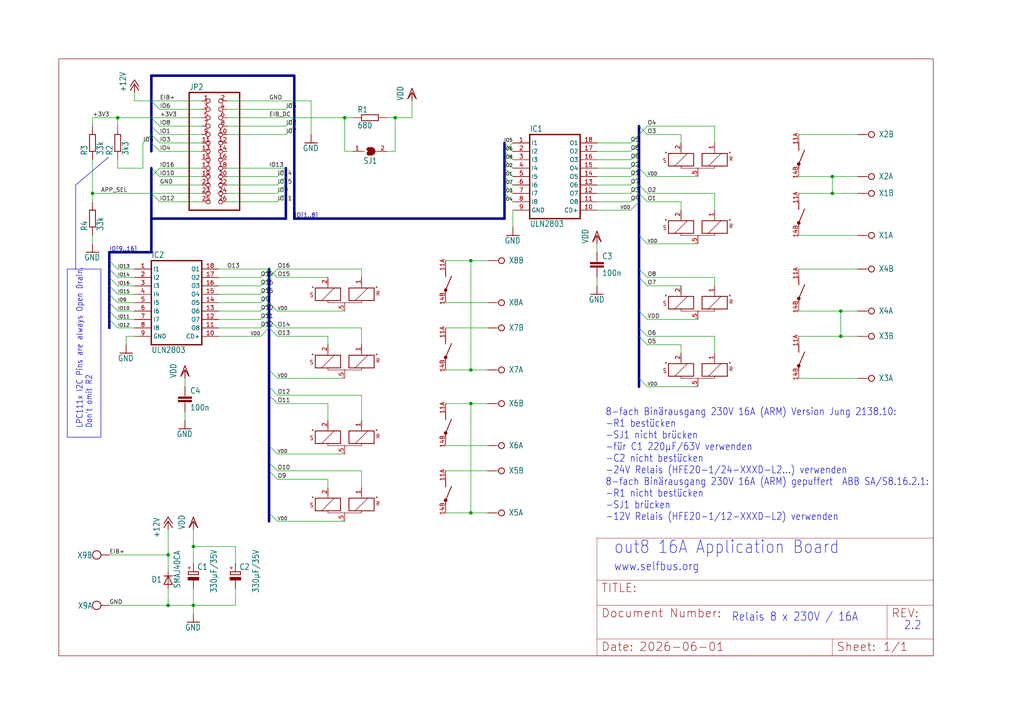
<source format=kicad_sch>
(kicad_sch (version 20230121) (generator eeschema)
  (paper "User" 309.347 218.491)
  (junction (at 142.24 154.94))
  (junction (at 254 101.6))
  (junction (at 27.94 58.42))
  (junction (at 58.42 165.1))
  (junction (at 251.46 58.42))
  (junction (at 50.8 167.64))
  (junction (at 142.24 121.92))
  (junction (at 35.56 35.56))
  (junction (at 119.38 35.56))
  (junction (at 142.24 78.74))
  (junction (at 104.14 35.56))
  (junction (at 254 93.98))
  (junction (at 50.8 182.88))
  (junction (at 142.24 111.76))
  (junction (at 58.42 182.88))
  (junction (at 251.46 53.34))
  (bus_entry (at 35.56 99.06) (size -2.54 -2.54))
  (bus_entry (at 83.82 99.06) (size -2.54 -2.54))
  (bus_entry (at 190.5 63.5) (size 2.54 -2.54))
  (bus_entry (at 190.5 50.8) (size 2.54 -2.54))
  (bus_entry (at 195.58 116.84) (size -2.54 -2.54))
  (bus_entry (at 48.26 43.18) (size -2.54 -2.54))
  (bus_entry (at 83.82 53.34) (size 2.54 -2.54))
  (bus_entry (at 190.5 58.42) (size 2.54 -2.54))
  (bus_entry (at 35.56 88.9) (size -2.54 -2.54))
  (bus_entry (at 154.94 55.88) (size -2.54 -2.54))
  (bus_entry (at 154.94 58.42) (size -2.54 -2.54))
  (bus_entry (at 86.36 38.1) (size 2.54 -2.54))
  (bus_entry (at 35.56 96.52) (size -2.54 -2.54))
  (bus_entry (at 195.58 58.42) (size -2.54 -2.54))
  (bus_entry (at 154.94 48.26) (size -2.54 -2.54))
  (bus_entry (at 86.36 40.64) (size 2.54 -2.54))
  (bus_entry (at 190.5 60.96) (size 2.54 -2.54))
  (bus_entry (at 78.74 83.82) (size 2.54 -2.54))
  (bus_entry (at 48.26 40.64) (size -2.54 -2.54))
  (bus_entry (at 48.26 53.34) (size -2.54 -2.54))
  (bus_entry (at 83.82 137.16) (size -2.54 -2.54))
  (bus_entry (at 154.94 45.72) (size -2.54 -2.54))
  (bus_entry (at 190.5 53.34) (size 2.54 -2.54))
  (bus_entry (at 83.82 114.3) (size -2.54 -2.54))
  (bus_entry (at 35.56 93.98) (size -2.54 -2.54))
  (bus_entry (at 195.58 101.6) (size -2.54 -2.54))
  (bus_entry (at 83.82 55.88) (size 2.54 -2.54))
  (bus_entry (at 195.58 40.64) (size -2.54 -2.54))
  (bus_entry (at 154.94 43.18) (size -2.54 2.54))
  (bus_entry (at 83.82 60.96) (size 2.54 -2.54))
  (bus_entry (at 78.74 99.06) (size 2.54 -2.54))
  (bus_entry (at 195.58 38.1) (size -2.54 2.54))
  (bus_entry (at 35.56 91.44) (size -2.54 -2.54))
  (bus_entry (at 83.82 119.38) (size -2.54 -2.54))
  (bus_entry (at 35.56 83.82) (size -2.54 -2.54))
  (bus_entry (at 83.82 58.42) (size 2.54 -2.54))
  (bus_entry (at 35.56 81.28) (size -2.54 -2.54))
  (bus_entry (at 83.82 142.24) (size -2.54 -2.54))
  (bus_entry (at 48.26 45.72) (size -2.54 -2.54))
  (bus_entry (at 48.26 60.96) (size -2.54 -2.54))
  (bus_entry (at 78.74 88.9) (size 2.54 -2.54))
  (bus_entry (at 78.74 91.44) (size 2.54 -2.54))
  (bus_entry (at 190.5 43.18) (size 2.54 -2.54))
  (bus_entry (at 83.82 157.48) (size -2.54 -2.54))
  (bus_entry (at 48.26 38.1) (size -2.54 -2.54))
  (bus_entry (at 43.18 43.18) (size 2.54 -2.54))
  (bus_entry (at 154.94 50.8) (size -2.54 -2.54))
  (bus_entry (at 86.36 33.02) (size 2.54 -2.54))
  (bus_entry (at 78.74 96.52) (size 2.54 -2.54))
  (bus_entry (at 48.26 33.02) (size -2.54 -2.54))
  (bus_entry (at 83.82 121.92) (size -2.54 -2.54))
  (bus_entry (at 78.74 101.6) (size 2.54 -2.54))
  (bus_entry (at 190.5 48.26) (size 2.54 -2.54))
  (bus_entry (at 195.58 83.82) (size -2.54 -2.54))
  (bus_entry (at 83.82 83.82) (size -2.54 -2.54))
  (bus_entry (at 83.82 101.6) (size -2.54 -2.54))
  (bus_entry (at 154.94 53.34) (size -2.54 -2.54))
  (bus_entry (at 83.82 93.98) (size -2.54 -2.54))
  (bus_entry (at 35.56 86.36) (size -2.54 -2.54))
  (bus_entry (at 190.5 55.88) (size 2.54 -2.54))
  (bus_entry (at 195.58 104.14) (size -2.54 -2.54))
  (bus_entry (at 83.82 81.28) (size -2.54 2.54))
  (bus_entry (at 195.58 96.52) (size -2.54 -2.54))
  (bus_entry (at 48.26 50.8) (size -2.54 2.54))
  (bus_entry (at 195.58 60.96) (size -2.54 -2.54))
  (bus_entry (at 83.82 144.78) (size -2.54 -2.54))
  (bus_entry (at 78.74 93.98) (size 2.54 -2.54))
  (bus_entry (at 195.58 53.34) (size -2.54 -2.54))
  (bus_entry (at 154.94 60.96) (size -2.54 -2.54))
  (bus_entry (at 195.58 86.36) (size -2.54 -2.54))
  (bus_entry (at 78.74 86.36) (size 2.54 -2.54))
  (bus_entry (at 195.58 73.66) (size -2.54 -2.54))
  (bus_entry (at 190.5 45.72) (size 2.54 -2.54))
  (bus (pts (xy 45.72 35.56) (xy 45.72 38.1)) (stroke (width 0.762)))
  (bus (pts (xy 193.04 99.06) (xy 193.04 101.6)) (stroke (width 0.762)))
  (wire (pts (xy 93.98 30.48) (xy 93.98 40.64)) (stroke (width 0.1524)))
  (wire (pts (xy 142.24 121.92) (xy 142.24 154.94)) (stroke (width 0.1524)))
  (wire (pts (xy 180.34 43.18) (xy 190.5 43.18)) (stroke (width 0.1524)))
  (wire (pts (xy 241.3 40.64) (xy 259.08 40.64)) (stroke (width 0.1524)))
  (wire (pts (xy 40.64 99.06) (xy 35.56 99.06)) (stroke (width 0.1524)))
  (wire (pts (xy 60.96 35.56) (xy 45.72 35.56)) (stroke (width 0.1524)))
  (wire (pts (xy 195.58 40.64) (xy 205.74 40.64)) (stroke (width 0.1524)))
  (bus (pts (xy 88.9 66.04) (xy 88.9 38.1)) (stroke (width 0.762)))
  (wire (pts (xy 254 93.98) (xy 241.3 93.98)) (stroke (width 0.1524)))
  (wire (pts (xy 66.04 88.9) (xy 78.74 88.9)) (stroke (width 0.1524)))
  (wire (pts (xy 66.04 101.6) (xy 78.74 101.6)) (stroke (width 0.1524)))
  (wire (pts (xy 27.94 73.66) (xy 27.94 71.12)) (stroke (width 0.1524)))
  (wire (pts (xy 66.04 91.44) (xy 78.74 91.44)) (stroke (width 0.1524)))
  (wire (pts (xy 83.82 119.38) (xy 109.22 119.38)) (stroke (width 0.1524)))
  (wire (pts (xy 58.42 165.1) (xy 58.42 170.18)) (stroke (width 0.1524)))
  (wire (pts (xy 66.04 96.52) (xy 78.74 96.52)) (stroke (width 0.1524)))
  (bus (pts (xy 45.72 76.2) (xy 45.72 66.04)) (stroke (width 0.762)))
  (bus (pts (xy 193.04 83.82) (xy 193.04 93.98)) (stroke (width 0.762)))
  (polyline (pts (xy 22.86 55.88) (xy 22.86 81.28)) (stroke (width 0.1524) (type solid)))
  (wire (pts (xy 71.12 165.1) (xy 58.42 165.1)) (stroke (width 0.1524)))
  (wire (pts (xy 83.82 83.82) (xy 99.06 83.82)) (stroke (width 0.1524)))
  (bus (pts (xy 45.72 38.1) (xy 45.72 40.64)) (stroke (width 0.762)))
  (bus (pts (xy 81.28 154.94) (xy 81.28 157.48)) (stroke (width 0.762)))
  (wire (pts (xy 142.24 154.94) (xy 147.32 154.94)) (stroke (width 0.1524)))
  (wire (pts (xy 195.58 58.42) (xy 215.9 58.42)) (stroke (width 0.1524)))
  (wire (pts (xy 104.14 114.3) (xy 83.82 114.3)) (stroke (width 0.1524)))
  (bus (pts (xy 45.72 43.18) (xy 45.72 45.72)) (stroke (width 0.762)))
  (wire (pts (xy 241.3 71.12) (xy 259.08 71.12)) (stroke (width 0.1524)))
  (wire (pts (xy 251.46 53.34) (xy 251.46 58.42)) (stroke (width 0.1524)))
  (wire (pts (xy 50.8 182.88) (xy 58.42 182.88)) (stroke (width 0.1524)))
  (bus (pts (xy 81.28 142.24) (xy 81.28 154.94)) (stroke (width 0.762)))
  (wire (pts (xy 180.34 60.96) (xy 190.5 60.96)) (stroke (width 0.1524)))
  (wire (pts (xy 60.96 38.1) (xy 48.26 38.1)) (stroke (width 0.1524)))
  (wire (pts (xy 38.1 101.6) (xy 38.1 104.14)) (stroke (width 0.1524)))
  (wire (pts (xy 210.82 116.84) (xy 195.58 116.84)) (stroke (width 0.1524)))
  (bus (pts (xy 193.04 55.88) (xy 193.04 58.42)) (stroke (width 0.762)))
  (wire (pts (xy 60.96 55.88) (xy 48.26 55.88)) (stroke (width 0.1524)))
  (bus (pts (xy 86.36 66.04) (xy 86.36 58.42)) (stroke (width 0.762)))
  (bus (pts (xy 88.9 35.56) (xy 88.9 30.48)) (stroke (width 0.762)))
  (wire (pts (xy 40.64 91.44) (xy 35.56 91.44)) (stroke (width 0.1524)))
  (wire (pts (xy 60.96 58.42) (xy 45.72 58.42)) (stroke (width 0.1524)))
  (wire (pts (xy 180.34 63.5) (xy 190.5 63.5)) (stroke (width 0.1524)))
  (bus (pts (xy 81.28 111.76) (xy 81.28 116.84)) (stroke (width 0.762)))
  (wire (pts (xy 60.96 40.64) (xy 48.26 40.64)) (stroke (width 0.1524)))
  (bus (pts (xy 81.28 93.98) (xy 81.28 96.52)) (stroke (width 0.762)))
  (wire (pts (xy 180.34 53.34) (xy 190.5 53.34)) (stroke (width 0.1524)))
  (wire (pts (xy 254 101.6) (xy 254 93.98)) (stroke (width 0.1524)))
  (wire (pts (xy 134.62 154.94) (xy 142.24 154.94)) (stroke (width 0.1524)))
  (wire (pts (xy 134.62 99.06) (xy 147.32 99.06)) (stroke (width 0.1524)))
  (wire (pts (xy 116.84 35.56) (xy 119.38 35.56)) (stroke (width 0.1524)))
  (bus (pts (xy 193.04 48.26) (xy 193.04 50.8)) (stroke (width 0.762)))
  (wire (pts (xy 109.22 81.28) (xy 109.22 83.82)) (stroke (width 0.1524)))
  (bus (pts (xy 88.9 22.86) (xy 45.72 22.86)) (stroke (width 0.762)))
  (bus (pts (xy 33.02 86.36) (xy 33.02 83.82)) (stroke (width 0.762)))
  (wire (pts (xy 68.58 30.48) (xy 88.9 30.48)) (stroke (width 0.1524)))
  (wire (pts (xy 241.3 101.6) (xy 254 101.6)) (stroke (width 0.1524)))
  (wire (pts (xy 50.8 167.64) (xy 33.02 167.64)) (stroke (width 0.1524)))
  (wire (pts (xy 109.22 142.24) (xy 109.22 147.32)) (stroke (width 0.1524)))
  (wire (pts (xy 66.04 83.82) (xy 78.74 83.82)) (stroke (width 0.1524)))
  (wire (pts (xy 55.88 116.84) (xy 55.88 114.3)) (stroke (width 0.1524)))
  (wire (pts (xy 119.38 35.56) (xy 124.46 35.56)) (stroke (width 0.1524)))
  (wire (pts (xy 50.8 182.88) (xy 33.02 182.88)) (stroke (width 0.1524)))
  (bus (pts (xy 88.9 30.48) (xy 88.9 22.86)) (stroke (width 0.762)))
  (wire (pts (xy 134.62 142.24) (xy 147.32 142.24)) (stroke (width 0.1524)))
  (wire (pts (xy 40.64 86.36) (xy 35.56 86.36)) (stroke (width 0.1524)))
  (bus (pts (xy 33.02 81.28) (xy 33.02 78.74)) (stroke (width 0.762)))
  (wire (pts (xy 215.9 101.6) (xy 215.9 106.68)) (stroke (width 0.1524)))
  (wire (pts (xy 35.56 50.8) (xy 35.56 48.26)) (stroke (width 0.1524)))
  (bus (pts (xy 193.04 101.6) (xy 193.04 114.3)) (stroke (width 0.762)))
  (wire (pts (xy 43.18 43.18) (xy 43.18 50.8)) (stroke (width 0.1524)))
  (bus (pts (xy 193.04 43.18) (xy 193.04 45.72)) (stroke (width 0.762)))
  (wire (pts (xy 124.46 35.56) (xy 124.46 30.48)) (stroke (width 0.1524)))
  (wire (pts (xy 119.38 45.72) (xy 116.84 45.72)) (stroke (width 0.1524)))
  (wire (pts (xy 66.04 93.98) (xy 78.74 93.98)) (stroke (width 0.1524)))
  (wire (pts (xy 134.62 121.92) (xy 142.24 121.92)) (stroke (width 0.1524)))
  (wire (pts (xy 195.58 83.82) (xy 215.9 83.82)) (stroke (width 0.1524)))
  (wire (pts (xy 68.58 35.56) (xy 88.9 35.56)) (stroke (width 0.1524)))
  (wire (pts (xy 210.82 73.66) (xy 195.58 73.66)) (stroke (width 0.1524)))
  (bus (pts (xy 193.04 53.34) (xy 193.04 55.88)) (stroke (width 0.762)))
  (wire (pts (xy 55.88 124.46) (xy 55.88 127)) (stroke (width 0.1524)))
  (bus (pts (xy 45.72 58.42) (xy 45.72 66.04)) (stroke (width 0.762)))
  (wire (pts (xy 154.94 63.5) (xy 154.94 68.58)) (stroke (width 0.1524)))
  (wire (pts (xy 205.74 43.18) (xy 205.74 40.64)) (stroke (width 0.1524)))
  (polyline (pts (xy 22.86 81.28) (xy 20.32 81.28)) (stroke (width 0.1524) (type solid)))
  (wire (pts (xy 241.3 114.3) (xy 259.08 114.3)) (stroke (width 0.1524)))
  (wire (pts (xy 180.34 86.36) (xy 180.34 83.82)) (stroke (width 0.1524)))
  (bus (pts (xy 45.72 22.86) (xy 45.72 30.48)) (stroke (width 0.762)))
  (wire (pts (xy 180.34 50.8) (xy 190.5 50.8)) (stroke (width 0.1524)))
  (wire (pts (xy 195.58 38.1) (xy 215.9 38.1)) (stroke (width 0.1524)))
  (bus (pts (xy 81.28 134.62) (xy 81.28 139.7)) (stroke (width 0.762)))
  (bus (pts (xy 33.02 91.44) (xy 33.02 88.9)) (stroke (width 0.762)))
  (wire (pts (xy 109.22 99.06) (xy 109.22 104.14)) (stroke (width 0.1524)))
  (wire (pts (xy 251.46 53.34) (xy 259.08 53.34)) (stroke (width 0.1524)))
  (bus (pts (xy 193.04 45.72) (xy 193.04 48.26)) (stroke (width 0.762)))
  (polyline (pts (xy 30.48 132.08) (xy 30.48 81.28)) (stroke (width 0.1524) (type solid)))
  (bus (pts (xy 86.36 58.42) (xy 86.36 55.88)) (stroke (width 0.762)))
  (wire (pts (xy 215.9 38.1) (xy 215.9 43.18)) (stroke (width 0.1524)))
  (wire (pts (xy 180.34 58.42) (xy 190.5 58.42)) (stroke (width 0.1524)))
  (bus (pts (xy 45.72 30.48) (xy 45.72 35.56)) (stroke (width 0.762)))
  (wire (pts (xy 259.08 81.28) (xy 241.3 81.28)) (stroke (width 0.1524)))
  (wire (pts (xy 195.58 60.96) (xy 205.74 60.96)) (stroke (width 0.1524)))
  (polyline (pts (xy 20.32 81.28) (xy 20.32 132.08)) (stroke (width 0.1524) (type solid)))
  (wire (pts (xy 68.58 38.1) (xy 86.36 38.1)) (stroke (width 0.1524)))
  (wire (pts (xy 35.56 38.1) (xy 35.56 35.56)) (stroke (width 0.1524)))
  (wire (pts (xy 88.9 30.48) (xy 93.98 30.48)) (stroke (width 0.1524)))
  (wire (pts (xy 40.64 93.98) (xy 35.56 93.98)) (stroke (width 0.1524)))
  (wire (pts (xy 68.58 55.88) (xy 83.82 55.88)) (stroke (width 0.1524)))
  (wire (pts (xy 40.64 30.48) (xy 40.64 27.94)) (stroke (width 0.1524)))
  (wire (pts (xy 68.58 53.34) (xy 83.82 53.34)) (stroke (width 0.1524)))
  (bus (pts (xy 152.4 48.26) (xy 152.4 50.8)) (stroke (width 0.762)))
  (wire (pts (xy 27.94 60.96) (xy 27.94 58.42)) (stroke (width 0.1524)))
  (polyline (pts (xy 20.32 132.08) (xy 30.48 132.08)) (stroke (width 0.1524) (type solid)))
  (polyline (pts (xy 30.48 81.28) (xy 22.86 81.28)) (stroke (width 0.1524) (type solid)))
  (bus (pts (xy 152.4 43.18) (xy 152.4 45.72)) (stroke (width 0.762)))
  (wire (pts (xy 104.14 93.98) (xy 83.82 93.98)) (stroke (width 0.1524)))
  (bus (pts (xy 193.04 60.96) (xy 193.04 71.12)) (stroke (width 0.762)))
  (wire (pts (xy 27.94 58.42) (xy 27.94 48.26)) (stroke (width 0.1524)))
  (bus (pts (xy 81.28 96.52) (xy 81.28 99.06)) (stroke (width 0.762)))
  (wire (pts (xy 180.34 48.26) (xy 190.5 48.26)) (stroke (width 0.1524)))
  (wire (pts (xy 27.94 35.56) (xy 35.56 35.56)) (stroke (width 0.1524)))
  (bus (pts (xy 81.28 86.36) (xy 81.28 88.9)) (stroke (width 0.762)))
  (wire (pts (xy 83.82 121.92) (xy 99.06 121.92)) (stroke (width 0.1524)))
  (wire (pts (xy 40.64 88.9) (xy 35.56 88.9)) (stroke (width 0.1524)))
  (wire (pts (xy 45.72 35.56) (xy 35.56 35.56)) (stroke (width 0.1524)))
  (wire (pts (xy 142.24 111.76) (xy 142.24 78.74)) (stroke (width 0.1524)))
  (wire (pts (xy 83.82 142.24) (xy 109.22 142.24)) (stroke (width 0.1524)))
  (wire (pts (xy 210.82 53.34) (xy 195.58 53.34)) (stroke (width 0.1524)))
  (bus (pts (xy 81.28 116.84) (xy 81.28 119.38)) (stroke (width 0.762)))
  (wire (pts (xy 27.94 38.1) (xy 27.94 35.56)) (stroke (width 0.1524)))
  (wire (pts (xy 215.9 86.36) (xy 215.9 83.82)) (stroke (width 0.1524)))
  (wire (pts (xy 60.96 33.02) (xy 48.26 33.02)) (stroke (width 0.1524)))
  (wire (pts (xy 99.06 121.92) (xy 99.06 127)) (stroke (width 0.1524)))
  (wire (pts (xy 88.9 35.56) (xy 104.14 35.56)) (stroke (width 0.1524)))
  (wire (pts (xy 180.34 73.66) (xy 180.34 76.2)) (stroke (width 0.1524)))
  (wire (pts (xy 205.74 104.14) (xy 205.74 106.68)) (stroke (width 0.1524)))
  (bus (pts (xy 81.28 119.38) (xy 81.28 134.62)) (stroke (width 0.762)))
  (bus (pts (xy 86.36 53.34) (xy 86.36 50.8)) (stroke (width 0.762)))
  (wire (pts (xy 99.06 101.6) (xy 99.06 104.14)) (stroke (width 0.1524)))
  (bus (pts (xy 33.02 76.2) (xy 45.72 76.2)) (stroke (width 0.762)))
  (wire (pts (xy 104.14 45.72) (xy 106.68 45.72)) (stroke (width 0.1524)))
  (wire (pts (xy 71.12 182.88) (xy 71.12 177.8)) (stroke (width 0.1524)))
  (wire (pts (xy 99.06 144.78) (xy 99.06 147.32)) (stroke (width 0.1524)))
  (bus (pts (xy 86.36 55.88) (xy 86.36 53.34)) (stroke (width 0.762)))
  (wire (pts (xy 45.72 58.42) (xy 27.94 58.42)) (stroke (width 0.1524)))
  (wire (pts (xy 60.96 60.96) (xy 48.26 60.96)) (stroke (width 0.1524)))
  (wire (pts (xy 205.74 86.36) (xy 195.58 86.36)) (stroke (width 0.1524)))
  (wire (pts (xy 104.14 137.16) (xy 83.82 137.16)) (stroke (width 0.1524)))
  (bus (pts (xy 193.04 114.3) (xy 193.04 116.84)) (stroke (width 0.762)))
  (bus (pts (xy 152.4 55.88) (xy 152.4 58.42)) (stroke (width 0.762)))
  (bus (pts (xy 88.9 38.1) (xy 88.9 35.56)) (stroke (width 0.762)))
  (bus (pts (xy 193.04 81.28) (xy 193.04 83.82)) (stroke (width 0.762)))
  (wire (pts (xy 104.14 35.56) (xy 106.68 35.56)) (stroke (width 0.1524)))
  (wire (pts (xy 254 101.6) (xy 259.08 101.6)) (stroke (width 0.1524)))
  (wire (pts (xy 134.62 91.44) (xy 147.32 91.44)) (stroke (width 0.1524)))
  (wire (pts (xy 195.58 104.14) (xy 205.74 104.14)) (stroke (width 0.1524)))
  (wire (pts (xy 109.22 119.38) (xy 109.22 127)) (stroke (width 0.1524)))
  (wire (pts (xy 210.82 96.52) (xy 195.58 96.52)) (stroke (width 0.1524)))
  (bus (pts (xy 81.28 91.44) (xy 81.28 93.98)) (stroke (width 0.762)))
  (wire (pts (xy 45.72 30.48) (xy 40.64 30.48)) (stroke (width 0.1524)))
  (bus (pts (xy 81.28 83.82) (xy 81.28 86.36)) (stroke (width 0.762)))
  (wire (pts (xy 58.42 177.8) (xy 58.42 182.88)) (stroke (width 0.1524)))
  (wire (pts (xy 195.58 101.6) (xy 215.9 101.6)) (stroke (width 0.1524)))
  (wire (pts (xy 83.82 101.6) (xy 99.06 101.6)) (stroke (width 0.1524)))
  (wire (pts (xy 134.62 111.76) (xy 142.24 111.76)) (stroke (width 0.1524)))
  (wire (pts (xy 50.8 167.64) (xy 50.8 160.02)) (stroke (width 0.1524)))
  (bus (pts (xy 152.4 66.04) (xy 88.9 66.04)) (stroke (width 0.762)))
  (bus (pts (xy 33.02 93.98) (xy 33.02 91.44)) (stroke (width 0.762)))
  (wire (pts (xy 40.64 81.28) (xy 35.56 81.28)) (stroke (width 0.1524)))
  (wire (pts (xy 58.42 160.02) (xy 58.42 165.1)) (stroke (width 0.1524)))
  (wire (pts (xy 83.82 144.78) (xy 99.06 144.78)) (stroke (width 0.1524)))
  (bus (pts (xy 81.28 139.7) (xy 81.28 142.24)) (stroke (width 0.762)))
  (wire (pts (xy 142.24 121.92) (xy 147.32 121.92)) (stroke (width 0.1524)))
  (wire (pts (xy 241.3 53.34) (xy 251.46 53.34)) (stroke (width 0.1524)))
  (wire (pts (xy 43.18 50.8) (xy 35.56 50.8)) (stroke (width 0.1524)))
  (bus (pts (xy 193.04 93.98) (xy 193.04 99.06)) (stroke (width 0.762)))
  (polyline (pts (xy 32.766 47.498) (xy 22.86 55.88)) (stroke (width 0.1524) (type solid)))
  (wire (pts (xy 66.04 81.28) (xy 81.28 81.28)) (stroke (width 0.1524)))
  (bus (pts (xy 193.04 58.42) (xy 193.04 60.96)) (stroke (width 0.762)))
  (bus (pts (xy 33.02 83.82) (xy 33.02 81.28)) (stroke (width 0.762)))
  (bus (pts (xy 152.4 53.34) (xy 152.4 55.88)) (stroke (width 0.762)))
  (wire (pts (xy 68.58 60.96) (xy 83.82 60.96)) (stroke (width 0.1524)))
  (bus (pts (xy 152.4 58.42) (xy 152.4 66.04)) (stroke (width 0.762)))
  (wire (pts (xy 60.96 53.34) (xy 48.26 53.34)) (stroke (width 0.1524)))
  (wire (pts (xy 50.8 172.72) (xy 50.8 167.64)) (stroke (width 0.1524)))
  (bus (pts (xy 33.02 96.52) (xy 33.02 93.98)) (stroke (width 0.762)))
  (bus (pts (xy 33.02 78.74) (xy 33.02 76.2)) (stroke (width 0.762)))
  (wire (pts (xy 68.58 40.64) (xy 86.36 40.64)) (stroke (width 0.1524)))
  (wire (pts (xy 251.46 58.42) (xy 259.08 58.42)) (stroke (width 0.1524)))
  (wire (pts (xy 58.42 182.88) (xy 58.42 185.42)) (stroke (width 0.1524)))
  (wire (pts (xy 142.24 111.76) (xy 147.32 111.76)) (stroke (width 0.1524)))
  (bus (pts (xy 33.02 88.9) (xy 33.02 86.36)) (stroke (width 0.762)))
  (wire (pts (xy 215.9 58.42) (xy 215.9 63.5)) (stroke (width 0.1524)))
  (wire (pts (xy 58.42 182.88) (xy 71.12 182.88)) (stroke (width 0.1524)))
  (wire (pts (xy 205.74 60.96) (xy 205.74 63.5)) (stroke (width 0.1524)))
  (wire (pts (xy 104.14 35.56) (xy 104.14 45.72)) (stroke (width 0.1524)))
  (wire (pts (xy 71.12 170.18) (xy 71.12 165.1)) (stroke (width 0.1524)))
  (wire (pts (xy 60.96 50.8) (xy 48.26 50.8)) (stroke (width 0.1524)))
  (wire (pts (xy 83.82 81.28) (xy 109.22 81.28)) (stroke (width 0.1524)))
  (wire (pts (xy 50.8 177.8) (xy 50.8 182.88)) (stroke (width 0.1524)))
  (wire (pts (xy 180.34 45.72) (xy 190.5 45.72)) (stroke (width 0.1524)))
  (wire (pts (xy 40.64 101.6) (xy 38.1 101.6)) (stroke (width 0.1524)))
  (bus (pts (xy 33.02 99.06) (xy 33.02 96.52)) (stroke (width 0.762)))
  (bus (pts (xy 81.28 88.9) (xy 81.28 91.44)) (stroke (width 0.762)))
  (wire (pts (xy 241.3 58.42) (xy 251.46 58.42)) (stroke (width 0.1524)))
  (wire (pts (xy 147.32 78.74) (xy 142.24 78.74)) (stroke (width 0.1524)))
  (wire (pts (xy 259.08 93.98) (xy 254 93.98)) (stroke (width 0.1524)))
  (bus (pts (xy 45.72 53.34) (xy 45.72 58.42)) (stroke (width 0.762)))
  (wire (pts (xy 60.96 45.72) (xy 48.26 45.72)) (stroke (width 0.1524)))
  (bus (pts (xy 45.72 50.8) (xy 45.72 53.34)) (stroke (width 0.762)))
  (wire (pts (xy 180.34 55.88) (xy 190.5 55.88)) (stroke (width 0.1524)))
  (bus (pts (xy 193.04 50.8) (xy 193.04 53.34)) (stroke (width 0.762)))
  (wire (pts (xy 104.14 157.48) (xy 83.82 157.48)) (stroke (width 0.1524)))
  (bus (pts (xy 152.4 45.72) (xy 152.4 48.26)) (stroke (width 0.762)))
  (bus (pts (xy 193.04 38.1) (xy 193.04 40.64)) (stroke (width 0.762)))
  (wire (pts (xy 119.38 35.56) (xy 119.38 45.72)) (stroke (width 0.1524)))
  (wire (pts (xy 142.24 78.74) (xy 134.62 78.74)) (stroke (width 0.1524)))
  (wire (pts (xy 83.82 99.06) (xy 109.22 99.06)) (stroke (width 0.1524)))
  (wire (pts (xy 68.58 33.02) (xy 86.36 33.02)) (stroke (width 0.1524)))
  (wire (pts (xy 60.96 30.48) (xy 45.72 30.48)) (stroke (width 0.1524)))
  (wire (pts (xy 66.04 99.06) (xy 78.74 99.06)) (stroke (width 0.1524)))
  (wire (pts (xy 60.96 43.18) (xy 48.26 43.18)) (stroke (width 0.1524)))
  (bus (pts (xy 193.04 40.64) (xy 193.04 43.18)) (stroke (width 0.762)))
  (wire (pts (xy 68.58 58.42) (xy 83.82 58.42)) (stroke (width 0.1524)))
  (wire (pts (xy 66.04 86.36) (xy 78.74 86.36)) (stroke (width 0.1524)))
  (bus (pts (xy 81.28 81.28) (xy 81.28 83.82)) (stroke (width 0.762)))
  (wire (pts (xy 40.64 83.82) (xy 35.56 83.82)) (stroke (width 0.1524)))
  (bus (pts (xy 193.04 71.12) (xy 193.04 81.28)) (stroke (width 0.762)))
  (bus (pts (xy 45.72 40.64) (xy 45.72 43.18)) (stroke (width 0.762)))
  (bus (pts (xy 45.72 66.04) (xy 86.36 66.04)) (stroke (width 0.762)))
  (wire (pts (xy 40.64 96.52) (xy 35.56 96.52)) (stroke (width 0.1524)))
  (wire (pts (xy 68.58 50.8) (xy 86.36 50.8)) (stroke (width 0.1524)))
  (wire (pts (xy 134.62 134.62) (xy 147.32 134.62)) (stroke (width 0.1524)))
  (bus (pts (xy 152.4 50.8) (xy 152.4 53.34)) (stroke (width 0.762)))
  (bus (pts (xy 81.28 99.06) (xy 81.28 111.76)) (stroke (width 0.762)))
  (text "www.selfbus.org" (at 185.42 172.72 0) (effects (font (size 2.54 2.159)) (justify left bottom)))
  (text "out8 16A Application Board" (at 185.42 167.64 0) (effects (font (size 3.81 3.2385)) (justify left bottom)))
  (text "2.2" (at 273.05 190.5 0) (effects (font (size 2.54 2.159)) (justify left bottom)))
  (text "8-fach Binärausgang 230V 16A (ARM) Version Jung 2138.10:\n-R1 bestücken\n-SJ1 nicht brücken\n-für C1 220µF/63V verwenden\n-C2 nicht bestücken\n-24V Relais (HFE20-1/24-XXXD-L2...) verwenden\n8-fach Binärausgang 230V 16A (ARM) gepuffert  ABB SA/S8.16.2.1:\n-R1 nicht bestücken\n-SJ1 brücken\n-12V Relais (HFE20-1/12-XXXD-L2) verwenden" (at 182.88 157.48 0) (effects (font (size 2.1844 1.8567)) (justify left bottom)))
  (text "Relais 8 x 230V / 16A" (at 220.98 187.96 0) (effects (font (size 2.54 2.159)) (justify left bottom)))
  (text "LPC111x I2C Pins are always Open Drain.\nDon't omit R2~{}" (at 27.94 129.54 90) (effects (font (size 1.778 1.5113)) (justify left bottom)))
  (label "O8" (at 195.58 83.82 0) (effects (font (size 1.2446 1.2446))))
  (label "O3" (at 190.5 58.42 0) (effects (font (size 1.2446 1.2446))))
  (label "+3V3" (at 48.26 35.56 0) (effects (font (size 1.2446 1.2446))))
  (label "GND" (at 81.28 30.48 0) (effects (font (size 1.2446 1.2446))))
  (label "O7" (at 195.58 86.36 0) (effects (font (size 1.2446 1.2446))))
  (label "O11" (at 83.82 121.92 0) (effects (font (size 1.2446 1.2446))))
  (label "VDD" (at 190.5 63.5 180) (effects (font (size 1.016 1.016))))
  (label "IO9" (at 83.82 58.42 0) (effects (font (size 1.2446 1.2446))))
  (label "IO3" (at 154.94 58.42 180) (effects (font (size 1.016 1.016))))
  (label "IO6" (at 154.94 45.72 180) (effects (font (size 1.016 1.016))))
  (label "O13" (at 83.82 101.6 0) (effects (font (size 1.2446 1.2446))))
  (label "IO1" (at 48.26 40.64 0) (effects (font (size 1.2446 1.2446))))
  (label "IO9" (at 35.56 91.44 0) (effects (font (size 1.016 1.016))))
  (label "O6" (at 190.5 45.72 0) (effects (font (size 1.2446 1.2446))))
  (label "IO5" (at 154.94 43.18 180) (effects (font (size 1.016 1.016))))
  (label "O5" (at 195.58 104.14 0) (effects (font (size 1.2446 1.2446))))
  (label "IO4" (at 48.26 45.72 0) (effects (font (size 1.2446 1.2446))))
  (label "O8" (at 190.5 48.26 0) (effects (font (size 1.2446 1.2446))))
  (label "IO6" (at 48.26 33.02 0) (effects (font (size 1.2446 1.2446))))
  (label "IO[9..16]" (at 33.02 76.2 0) (effects (font (size 1.2446 1.2446))))
  (label "EIB+" (at 33.02 167.64 0) (effects (font (size 1.2446 1.2446))))
  (label "EIB_DC" (at 81.28 35.56 0) (effects (font (size 1.2446 1.2446))))
  (label "O2" (at 195.58 58.42 0) (effects (font (size 1.2446 1.2446))))
  (label "O3" (at 195.58 40.64 0) (effects (font (size 1.2446 1.2446))))
  (label "O16" (at 83.82 81.28 0) (effects (font (size 1.2446 1.2446))))
  (label "O2" (at 190.5 50.8 0) (effects (font (size 1.2446 1.2446))))
  (label "O14" (at 83.82 99.06 0) (effects (font (size 1.2446 1.2446))))
  (label "IO12" (at 35.56 99.06 0) (effects (font (size 1.016 1.016))))
  (label "O4" (at 195.58 38.1 0) (effects (font (size 1.2446 1.2446))))
  (label "IO8" (at 48.26 38.1 0) (effects (font (size 1.2446 1.2446))))
  (label "O15" (at 83.82 83.82 0) (effects (font (size 1.2446 1.2446))))
  (label "IO16" (at 48.26 50.8 0) (effects (font (size 1.2446 1.2446))))
  (label "IO14" (at 83.82 53.34 0) (effects (font (size 1.2446 1.2446))))
  (label "GND" (at 33.02 182.88 0) (effects (font (size 1.2446 1.2446))))
  (label "O16" (at 78.74 86.36 0) (effects (font (size 1.2446 1.2446))))
  (label "IO11" (at 83.82 60.96 0) (effects (font (size 1.2446 1.2446))))
  (label "O9" (at 78.74 91.44 0) (effects (font (size 1.2446 1.2446))))
  (label "O11" (at 78.74 96.52 0) (effects (font (size 1.2446 1.2446))))
  (label "O12" (at 83.82 119.38 0) (effects (font (size 1.2446 1.2446))))
  (label "O1" (at 195.58 60.96 0) (effects (font (size 1.2446 1.2446))))
  (label "O10" (at 83.82 142.24 0) (effects (font (size 1.2446 1.2446))))
  (label "VDD" (at 195.58 53.34 0) (effects (font (size 1.016 1.016))))
  (label "IO13" (at 35.56 81.28 0) (effects (font (size 1.016 1.016))))
  (label "O15" (at 78.74 88.9 0) (effects (font (size 1.2446 1.2446))))
  (label "O10" (at 78.74 93.98 0) (effects (font (size 1.2446 1.2446))))
  (label "VDD" (at 83.82 137.16 0) (effects (font (size 1.016 1.016))))
  (label "IO12" (at 48.26 60.96 0) (effects (font (size 1.2446 1.2446))))
  (label "IO2" (at 86.36 38.1 0) (effects (font (size 1.2446 1.2446))))
  (label "IO15" (at 83.82 55.88 0) (effects (font (size 1.2446 1.2446))))
  (label "+3V3" (at 27.94 35.56 0) (effects (font (size 1.2446 1.2446))))
  (label "VDD" (at 195.58 96.52 0) (effects (font (size 1.2446 1.2446))))
  (label "O14" (at 78.74 83.82 0) (effects (font (size 1.2446 1.2446))))
  (label "IO3" (at 48.26 43.18 0) (effects (font (size 1.2446 1.2446))))
  (label "O13" (at 68.58 81.28 0) (effects (font (size 1.2446 1.2446))))
  (label "VDD" (at 83.82 157.48 0) (effects (font (size 1.016 1.016))))
  (label "GND" (at 48.26 55.88 0) (effects (font (size 1.2446 1.2446))))
  (label "IO[1..8]" (at 88.9 66.04 0) (effects (font (size 1.2446 1.2446))))
  (label "IO11" (at 35.56 96.52 0) (effects (font (size 1.016 1.016))))
  (label "IO5" (at 86.36 33.02 0) (effects (font (size 1.2446 1.2446))))
  (label "O6" (at 195.58 101.6 0) (effects (font (size 1.2446 1.2446))))
  (label "O5" (at 190.5 43.18 0) (effects (font (size 1.2446 1.2446))))
  (label "IO7" (at 154.94 55.88 180) (effects (font (size 1.016 1.016))))
  (label "IO1" (at 154.94 53.34 180) (effects (font (size 1.016 1.016))))
  (label "IO3" (at 43.18 43.18 0) (effects (font (size 1.2446 1.2446))))
  (label "IO13" (at 81.28 50.8 0) (effects (font (size 1.2446 1.2446))))
  (label "VDD" (at 78.74 101.6 180) (effects (font (size 1.016 1.016))))
  (label "EIB+" (at 48.26 30.48 0) (effects (font (size 1.2446 1.2446))))
  (label "VDD" (at 83.82 93.98 0) (effects (font (size 1.016 1.016))))
  (label "IO2" (at 154.94 50.8 180) (effects (font (size 1.016 1.016))))
  (label "IO4" (at 154.94 60.96 180) (effects (font (size 1.016 1.016))))
  (label "VDD" (at 83.82 114.3 0) (effects (font (size 1.016 1.016))))
  (label "O12" (at 78.74 99.06 0) (effects (font (size 1.2446 1.2446))))
  (label "IO15" (at 35.56 88.9 0) (effects (font (size 1.016 1.016))))
  (label "IO8" (at 154.94 48.26 180) (effects (font (size 1.016 1.016))))
  (label "IO10" (at 48.26 53.34 0) (effects (font (size 1.2446 1.2446))))
  (label "IO14" (at 35.56 83.82 0) (effects (font (size 1.016 1.016))))
  (label "IO16" (at 35.56 86.36 0) (effects (font (size 1.016 1.016))))
  (label "O4" (at 190.5 60.96 0) (effects (font (size 1.2446 1.2446))))
  (label "APP_SEL" (at 30.48 58.42 0) (effects (font (size 1.2446 1.2446))))
  (label "VDD" (at 195.58 116.84 0) (effects (font (size 1.016 1.016))))
  (label "IO7" (at 86.36 40.64 0) (effects (font (size 1.2446 1.2446))))
  (label "VDD" (at 195.58 73.66 0) (effects (font (size 1.016 1.016))))
  (label "IO10" (at 35.56 93.98 0) (effects (font (size 1.016 1.016))))
  (label "O9" (at 83.82 144.78 0) (effects (font (size 1.2446 1.2446))))
  (label "O1" (at 190.5 53.34 0) (effects (font (size 1.2446 1.2446))))
  (label "O7" (at 190.5 55.88 0) (effects (font (size 1.2446 1.2446))))
  (symbol (lib_id "app_out_8x_16A_bistab_seperated_4MU_BOT_v2.0.0-eagle-import:R-EU_M1206") (at 35.56 43.18 90) (unit 1)
    (property "Reference" "R2" (at 34.0614 46.99 0) (effects (font (size 1.778 1.5113)) (justify left bottom)))
    (property "Value" "3k3" (at 38.862 46.99 0) (effects (font (size 1.778 1.5113)) (justify left bottom)))
    (property "Footprint" "app_out_8x_16A_bistab_seperated_4MU_BOT_v2.0.0:M1206" (effects hide))
  )
  (symbol (lib_id "app_out_8x_16A_bistab_seperated_4MU_BOT_v2.0.0-eagle-import:W237-02P") (at 264.16 101.6 180) (unit 2)
    (property "Reference" "X3" (at 265.43 102.489 0) (effects (font (size 1.778 1.5113)) (justify right top)))
    (property "Value" "W237-02P" (effects hide))
    (property "Footprint" "app_out_8x_16A_bistab_seperated_4MU_BOT_v2.0.0:W237-132" (effects hide))
  )
  (symbol (lib_id "app_out_8x_16A_bistab_seperated_4MU_BOT_v2.0.0-eagle-import:R-EU_M1206") (at 111.76 35.56 0) (unit 1)
    (property "Reference" "R1" (at 107.95 34.0614 0) (effects (font (size 1.778 1.5113)) (justify left bottom)))
    (property "Value" "680" (at 107.95 38.862 0) (effects (font (size 1.778 1.5113)) (justify left bottom)))
    (property "Footprint" "app_out_8x_16A_bistab_seperated_4MU_BOT_v2.0.0:M1206" (effects hide))
  )
  (symbol (lib_id "app_out_8x_16A_bistab_seperated_4MU_BOT_v2.0.0-eagle-import:W237-02P") (at 264.16 53.34 180) (unit 1)
    (property "Reference" "X2" (at 265.43 54.229 0) (effects (font (size 1.778 1.5113)) (justify right top)))
    (property "Value" "W237-02P" (effects hide))
    (property "Footprint" "app_out_8x_16A_bistab_seperated_4MU_BOT_v2.0.0:W237-132" (effects hide))
  )
  (symbol (lib_id "app_out_8x_16A_bistab_seperated_4MU_BOT_v2.0.0-eagle-import:HFE20-1-024-1HD504") (at 134.62 152.4 0) (unit 2)
    (property "Reference" "K5" (effects hide))
    (property "Value" "HFE20-1-024-1HD504" (effects hide))
    (property "Footprint" "app_out_8x_16A_bistab_seperated_4MU_BOT_v2.0.0:HFE20-3-504" (effects hide))
  )
  (symbol (lib_id "app_out_8x_16A_bistab_seperated_4MU_BOT_v2.0.0-eagle-import:HFE20-1-024-1HD504") (at 241.3 91.44 0) (unit 2)
    (property "Reference" "K4" (effects hide))
    (property "Value" "HFE20-1-024-1HD504" (effects hide))
    (property "Footprint" "app_out_8x_16A_bistab_seperated_4MU_BOT_v2.0.0:HFE20-3-504" (effects hide))
  )
  (symbol (lib_id "app_out_8x_16A_bistab_seperated_4MU_BOT_v2.0.0-eagle-import:HFE20-1-024-1HD504") (at 109.22 109.22 0) (unit 1)
    (property "Reference" "K7" (effects hide))
    (property "Value" "HFE20-1-024-1HD504" (effects hide))
    (property "Footprint" "app_out_8x_16A_bistab_seperated_4MU_BOT_v2.0.0:HFE20-3-504" (effects hide))
  )
  (symbol (lib_id "app_out_8x_16A_bistab_seperated_4MU_BOT_v2.0.0-eagle-import:W237-02P") (at 264.16 71.12 180) (unit 1)
    (property "Reference" "X1" (at 265.43 72.009 0) (effects (font (size 1.778 1.5113)) (justify right top)))
    (property "Value" "W237-02P" (effects hide))
    (property "Footprint" "app_out_8x_16A_bistab_seperated_4MU_BOT_v2.0.0:W237-132" (effects hide))
  )
  (symbol (lib_id "app_out_8x_16A_bistab_seperated_4MU_BOT_v2.0.0-eagle-import:W237-02P") (at 264.16 81.28 180) (unit 2)
    (property "Reference" "X4" (at 265.43 82.169 0) (effects (font (size 1.778 1.5113)) (justify right top)))
    (property "Value" "W237-02P" (effects hide))
    (property "Footprint" "app_out_8x_16A_bistab_seperated_4MU_BOT_v2.0.0:W237-132" (effects hide))
  )
  (symbol (lib_id "app_out_8x_16A_bistab_seperated_4MU_BOT_v2.0.0-eagle-import:W237-02P") (at 152.4 121.92 180) (unit 2)
    (property "Reference" "X6" (at 153.67 122.809 0) (effects (font (size 1.778 1.5113)) (justify right top)))
    (property "Value" "W237-02P" (effects hide))
    (property "Footprint" "app_out_8x_16A_bistab_seperated_4MU_BOT_v2.0.0:W237-132" (effects hide))
  )
  (symbol (lib_id "app_out_8x_16A_bistab_seperated_4MU_BOT_v2.0.0-eagle-import:HFE20-1-024-1HD504") (at 241.3 68.58 0) (unit 2)
    (property "Reference" "K1" (effects hide))
    (property "Value" "HFE20-1-024-1HD504" (effects hide))
    (property "Footprint" "app_out_8x_16A_bistab_seperated_4MU_BOT_v2.0.0:HFE20-3-504" (effects hide))
  )
  (symbol (lib_id "app_out_8x_16A_bistab_seperated_4MU_BOT_v2.0.0-eagle-import:HFE20-1-024-1HD504") (at 109.22 88.9 0) (unit 1)
    (property "Reference" "K8" (effects hide))
    (property "Value" "HFE20-1-024-1HD504" (effects hide))
    (property "Footprint" "app_out_8x_16A_bistab_seperated_4MU_BOT_v2.0.0:HFE20-3-504" (effects hide))
  )
  (symbol (lib_id "app_out_8x_16A_bistab_seperated_4MU_BOT_v2.0.0-eagle-import:ULN2803ASOP18") (at 167.64 53.34 0) (unit 1)
    (property "Reference" "IC1" (at 160.02 39.878 0) (effects (font (size 1.778 1.5113)) (justify left bottom)))
    (property "Value" "ULN2803" (at 160.02 68.58 0) (effects (font (size 1.778 1.5113)) (justify left bottom)))
    (property "Footprint" "app_out_8x_16A_bistab_seperated_4MU_BOT_v2.0.0:SO18W" (effects hide))
  )
  (symbol (lib_id "app_out_8x_16A_bistab_seperated_4MU_BOT_v2.0.0-eagle-import:GND") (at 154.94 71.12 0) (unit 1)
    (property "Reference" "#GND04" (effects hide))
    (property "Value" "GND" (at 152.4 73.66 0) (effects (font (size 1.778 1.5113)) (justify left bottom)))
  )
  (symbol (lib_id "app_out_8x_16A_bistab_seperated_4MU_BOT_v2.0.0-eagle-import:W237-102") (at 27.94 167.64 0) (unit 2)
    (property "Reference" "X9" (at 27.94 166.751 0) (effects (font (size 1.778 1.5113)) (justify right top)))
    (property "Value" "W237-102" (effects hide))
    (property "Footprint" "app_out_8x_16A_bistab_seperated_4MU_BOT_v2.0.0:W237-132" (effects hide))
  )
  (symbol (lib_id "app_out_8x_16A_bistab_seperated_4MU_BOT_v2.0.0-eagle-import:W237-102") (at 27.94 182.88 0) (unit 1)
    (property "Reference" "X9" (at 27.94 181.991 0) (effects (font (size 1.778 1.5113)) (justify right top)))
    (property "Value" "W237-102" (effects hide))
    (property "Footprint" "app_out_8x_16A_bistab_seperated_4MU_BOT_v2.0.0:W237-132" (effects hide))
  )
  (symbol (lib_id "app_out_8x_16A_bistab_seperated_4MU_BOT_v2.0.0-eagle-import:HFE20-1-024-1HD504") (at 109.22 132.08 0) (unit 1)
    (property "Reference" "K6" (effects hide))
    (property "Value" "HFE20-1-024-1HD504" (effects hide))
    (property "Footprint" "app_out_8x_16A_bistab_seperated_4MU_BOT_v2.0.0:HFE20-3-504" (effects hide))
  )
  (symbol (lib_id "app_out_8x_16A_bistab_seperated_4MU_BOT_v2.0.0-eagle-import:CPOL-EUE3.5-8") (at 71.12 172.72 0) (unit 1)
    (property "Reference" "C2" (at 72.263 172.2374 0) (effects (font (size 1.778 1.5113)) (justify left bottom)))
    (property "Value" "330µF/35V" (at 78.2574 179.197 90) (effects (font (size 1.778 1.5113)) (justify left bottom)))
    (property "Footprint" "app_out_8x_16A_bistab_seperated_4MU_BOT_v2.0.0:E3,5-8" (effects hide))
  )
  (symbol (lib_id "app_out_8x_16A_bistab_seperated_4MU_BOT_v2.0.0-eagle-import:DINA4_L") (at 180.34 198.12 0) (unit 2)
    (property "Reference" "#FRAME1" (effects hide))
    (property "Value" "DINA4_L" (effects hide))
  )
  (symbol (lib_id "app_out_8x_16A_bistab_seperated_4MU_BOT_v2.0.0-eagle-import:C-EUC1206") (at 55.88 119.38 0) (unit 1)
    (property "Reference" "C4" (at 57.404 118.999 0) (effects (font (size 1.778 1.5113)) (justify left bottom)))
    (property "Value" "100n" (at 57.404 124.079 0) (effects (font (size 1.778 1.5113)) (justify left bottom)))
    (property "Footprint" "app_out_8x_16A_bistab_seperated_4MU_BOT_v2.0.0:C1206" (effects hide))
  )
  (symbol (lib_id "app_out_8x_16A_bistab_seperated_4MU_BOT_v2.0.0-eagle-import:HFE20-1-024-1HD504") (at 215.9 111.76 0) (unit 1)
    (property "Reference" "K3" (effects hide))
    (property "Value" "HFE20-1-024-1HD504" (effects hide))
    (property "Footprint" "app_out_8x_16A_bistab_seperated_4MU_BOT_v2.0.0:HFE20-3-504" (effects hide))
  )
  (symbol (lib_id "app_out_8x_16A_bistab_seperated_4MU_BOT_v2.0.0-eagle-import:R-EU_M1206") (at 27.94 43.18 90) (unit 1)
    (property "Reference" "R3" (at 26.4414 46.99 0) (effects (font (size 1.778 1.5113)) (justify left bottom)))
    (property "Value" "33k" (at 31.242 46.99 0) (effects (font (size 1.778 1.5113)) (justify left bottom)))
    (property "Footprint" "app_out_8x_16A_bistab_seperated_4MU_BOT_v2.0.0:M1206" (effects hide))
  )
  (symbol (lib_id "app_out_8x_16A_bistab_seperated_4MU_BOT_v2.0.0-eagle-import:CPOL-EUE3.5-8") (at 58.42 172.72 0) (unit 1)
    (property "Reference" "C1" (at 59.563 172.2374 0) (effects (font (size 1.778 1.5113)) (justify left bottom)))
    (property "Value" "330µF/35V" (at 65.5574 179.197 90) (effects (font (size 1.778 1.5113)) (justify left bottom)))
    (property "Footprint" "app_out_8x_16A_bistab_seperated_4MU_BOT_v2.0.0:E3,5-8" (effects hide))
  )
  (symbol (lib_id "app_out_8x_16A_bistab_seperated_4MU_BOT_v2.0.0-eagle-import:W237-02P") (at 264.16 58.42 180) (unit 2)
    (property "Reference" "X1" (at 265.43 59.309 0) (effects (font (size 1.778 1.5113)) (justify right top)))
    (property "Value" "W237-02P" (effects hide))
    (property "Footprint" "app_out_8x_16A_bistab_seperated_4MU_BOT_v2.0.0:W237-132" (effects hide))
  )
  (symbol (lib_id "app_out_8x_16A_bistab_seperated_4MU_BOT_v2.0.0-eagle-import:W237-02P") (at 152.4 134.62 180) (unit 1)
    (property "Reference" "X6" (at 153.67 135.509 0) (effects (font (size 1.778 1.5113)) (justify right top)))
    (property "Value" "W237-02P" (effects hide))
    (property "Footprint" "app_out_8x_16A_bistab_seperated_4MU_BOT_v2.0.0:W237-132" (effects hide))
  )
  (symbol (lib_id "app_out_8x_16A_bistab_seperated_4MU_BOT_v2.0.0-eagle-import:W237-02P") (at 264.16 114.3 180) (unit 1)
    (property "Reference" "X3" (at 265.43 115.189 0) (effects (font (size 1.778 1.5113)) (justify right top)))
    (property "Value" "W237-02P" (effects hide))
    (property "Footprint" "app_out_8x_16A_bistab_seperated_4MU_BOT_v2.0.0:W237-132" (effects hide))
  )
  (symbol (lib_id "app_out_8x_16A_bistab_seperated_4MU_BOT_v2.0.0-eagle-import:+12V") (at 40.64 25.4 0) (unit 1)
    (property "Reference" "#P+01" (effects hide))
    (property "Value" "+12V" (at 38.1 27.94 90) (effects (font (size 1.778 1.5113)) (justify left bottom)))
  )
  (symbol (lib_id "app_out_8x_16A_bistab_seperated_4MU_BOT_v2.0.0-eagle-import:GND") (at 55.88 129.54 0) (unit 1)
    (property "Reference" "#GND06" (effects hide))
    (property "Value" "GND" (at 53.34 132.08 0) (effects (font (size 1.778 1.5113)) (justify left bottom)))
  )
  (symbol (lib_id "app_out_8x_16A_bistab_seperated_4MU_BOT_v2.0.0-eagle-import:GND") (at 27.94 76.2 0) (unit 1)
    (property "Reference" "#GND02" (effects hide))
    (property "Value" "GND" (at 25.4 78.74 0) (effects (font (size 1.778 1.5113)) (justify left bottom)))
  )
  (symbol (lib_id "app_out_8x_16A_bistab_seperated_4MU_BOT_v2.0.0-eagle-import:GND") (at 93.98 43.18 0) (unit 1)
    (property "Reference" "#GND07" (effects hide))
    (property "Value" "GND" (at 91.44 45.72 0) (effects (font (size 1.778 1.5113)) (justify left bottom)))
  )
  (symbol (lib_id "app_out_8x_16A_bistab_seperated_4MU_BOT_v2.0.0-eagle-import:VDD") (at 124.46 27.94 0) (unit 1)
    (property "Reference" "#VDD03" (effects hide))
    (property "Value" "VDD" (at 121.92 30.48 90) (effects (font (size 1.778 1.5113)) (justify left bottom)))
  )
  (symbol (lib_id "app_out_8x_16A_bistab_seperated_4MU_BOT_v2.0.0-eagle-import:GND") (at 38.1 106.68 0) (unit 1)
    (property "Reference" "#GND01" (effects hide))
    (property "Value" "GND" (at 35.56 109.22 0) (effects (font (size 1.778 1.5113)) (justify left bottom)))
  )
  (symbol (lib_id "app_out_8x_16A_bistab_seperated_4MU_BOT_v2.0.0-eagle-import:HFE20-1-024-1HD504") (at 215.9 68.58 0) (unit 1)
    (property "Reference" "K1" (effects hide))
    (property "Value" "HFE20-1-024-1HD504" (effects hide))
    (property "Footprint" "app_out_8x_16A_bistab_seperated_4MU_BOT_v2.0.0:HFE20-3-504" (effects hide))
  )
  (symbol (lib_id "app_out_8x_16A_bistab_seperated_4MU_BOT_v2.0.0-eagle-import:VDD") (at 180.34 71.12 0) (unit 1)
    (property "Reference" "#VDD04" (effects hide))
    (property "Value" "VDD" (at 177.8 73.66 90) (effects (font (size 1.778 1.5113)) (justify left bottom)))
  )
  (symbol (lib_id "app_out_8x_16A_bistab_seperated_4MU_BOT_v2.0.0-eagle-import:W237-02P") (at 264.16 40.64 180) (unit 2)
    (property "Reference" "X2" (at 265.43 41.529 0) (effects (font (size 1.778 1.5113)) (justify right top)))
    (property "Value" "W237-02P" (effects hide))
    (property "Footprint" "app_out_8x_16A_bistab_seperated_4MU_BOT_v2.0.0:W237-132" (effects hide))
  )
  (symbol (lib_id "app_out_8x_16A_bistab_seperated_4MU_BOT_v2.0.0-eagle-import:HFE20-1-024-1HD504") (at 241.3 111.76 0) (unit 2)
    (property "Reference" "K3" (effects hide))
    (property "Value" "HFE20-1-024-1HD504" (effects hide))
    (property "Footprint" "app_out_8x_16A_bistab_seperated_4MU_BOT_v2.0.0:HFE20-3-504" (effects hide))
  )
  (symbol (lib_id "app_out_8x_16A_bistab_seperated_4MU_BOT_v2.0.0-eagle-import:+12V") (at 50.8 157.48 0) (unit 1)
    (property "Reference" "#P+02" (effects hide))
    (property "Value" "+12V" (at 48.26 162.56 90) (effects (font (size 1.778 1.5113)) (justify left bottom)))
  )
  (symbol (lib_id "app_out_8x_16A_bistab_seperated_4MU_BOT_v2.0.0-eagle-import:DINA4_L") (at 17.78 198.12 0) (unit 1)
    (property "Reference" "#FRAME1" (effects hide))
    (property "Value" "DINA4_L" (effects hide))
  )
  (symbol (lib_id "app_out_8x_16A_bistab_seperated_4MU_BOT_v2.0.0-eagle-import:W237-02P") (at 152.4 142.24 180) (unit 2)
    (property "Reference" "X5" (at 153.67 143.129 0) (effects (font (size 1.778 1.5113)) (justify right top)))
    (property "Value" "W237-02P" (effects hide))
    (property "Footprint" "app_out_8x_16A_bistab_seperated_4MU_BOT_v2.0.0:W237-132" (effects hide))
  )
  (symbol (lib_id "app_out_8x_16A_bistab_seperated_4MU_BOT_v2.0.0-eagle-import:W237-02P") (at 152.4 99.06 180) (unit 2)
    (property "Reference" "X7" (at 153.67 99.949 0) (effects (font (size 1.778 1.5113)) (justify right top)))
    (property "Value" "W237-02P" (effects hide))
    (property "Footprint" "app_out_8x_16A_bistab_seperated_4MU_BOT_v2.0.0:W237-132" (effects hide))
  )
  (symbol (lib_id "app_out_8x_16A_bistab_seperated_4MU_BOT_v2.0.0-eagle-import:GND") (at 58.42 187.96 0) (unit 1)
    (property "Reference" "#GND03" (effects hide))
    (property "Value" "GND" (at 55.88 190.5 0) (effects (font (size 1.778 1.5113)) (justify left bottom)))
  )
  (symbol (lib_id "app_out_8x_16A_bistab_seperated_4MU_BOT_v2.0.0-eagle-import:W237-02P") (at 152.4 111.76 180) (unit 1)
    (property "Reference" "X7" (at 153.67 112.649 0) (effects (font (size 1.778 1.5113)) (justify right top)))
    (property "Value" "W237-02P" (effects hide))
    (property "Footprint" "app_out_8x_16A_bistab_seperated_4MU_BOT_v2.0.0:W237-132" (effects hide))
  )
  (symbol (lib_id "app_out_8x_16A_bistab_seperated_4MU_BOT_v2.0.0-eagle-import:VDD") (at 55.88 111.76 0) (unit 1)
    (property "Reference" "#VDD05" (effects hide))
    (property "Value" "VDD" (at 53.34 114.3 90) (effects (font (size 1.778 1.5113)) (justify left bottom)))
  )
  (symbol (lib_id "app_out_8x_16A_bistab_seperated_4MU_BOT_v2.0.0-eagle-import:W237-02P") (at 152.4 91.44 180) (unit 1)
    (property "Reference" "X8" (at 153.67 92.329 0) (effects (font (size 1.778 1.5113)) (justify right top)))
    (property "Value" "W237-02P" (effects hide))
    (property "Footprint" "app_out_8x_16A_bistab_seperated_4MU_BOT_v2.0.0:W237-132" (effects hide))
  )
  (symbol (lib_id "app_out_8x_16A_bistab_seperated_4MU_BOT_v2.0.0-eagle-import:W237-02P") (at 152.4 78.74 180) (unit 2)
    (property "Reference" "X8" (at 153.67 79.629 0) (effects (font (size 1.778 1.5113)) (justify right top)))
    (property "Value" "W237-02P" (effects hide))
    (property "Footprint" "app_out_8x_16A_bistab_seperated_4MU_BOT_v2.0.0:W237-132" (effects hide))
  )
  (symbol (lib_id "app_out_8x_16A_bistab_seperated_4MU_BOT_v2.0.0-eagle-import:VDD") (at 58.42 157.48 0) (unit 1)
    (property "Reference" "#VDD01" (effects hide))
    (property "Value" "VDD" (at 55.88 160.02 90) (effects (font (size 1.778 1.5113)) (justify left bottom)))
  )
  (symbol (lib_id "app_out_8x_16A_bistab_seperated_4MU_BOT_v2.0.0-eagle-import:HFE20-1-024-1HD504") (at 134.62 88.9 0) (unit 2)
    (property "Reference" "K8" (effects hide))
    (property "Value" "HFE20-1-024-1HD504" (effects hide))
    (property "Footprint" "app_out_8x_16A_bistab_seperated_4MU_BOT_v2.0.0:HFE20-3-504" (effects hide))
  )
  (symbol (lib_id "app_out_8x_16A_bistab_seperated_4MU_BOT_v2.0.0-eagle-import:ULN2803ASOP18") (at 53.34 91.44 0) (unit 1)
    (property "Reference" "IC2" (at 45.72 77.978 0) (effects (font (size 1.778 1.5113)) (justify left bottom)))
    (property "Value" "ULN2803" (at 45.72 106.68 0) (effects (font (size 1.778 1.5113)) (justify left bottom)))
    (property "Footprint" "app_out_8x_16A_bistab_seperated_4MU_BOT_v2.0.0:SO18W" (effects hide))
  )
  (symbol (lib_id "app_out_8x_16A_bistab_seperated_4MU_BOT_v2.0.0-eagle-import:W237-02P") (at 264.16 93.98 180) (unit 1)
    (property "Reference" "X4" (at 265.43 94.869 0) (effects (font (size 1.778 1.5113)) (justify right top)))
    (property "Value" "W237-02P" (effects hide))
    (property "Footprint" "app_out_8x_16A_bistab_seperated_4MU_BOT_v2.0.0:W237-132" (effects hide))
  )
  (symbol (lib_id "app_out_8x_16A_bistab_seperated_4MU_BOT_v2.0.0-eagle-import:HFE20-1-024-1HD504") (at 215.9 91.44 0) (unit 1)
    (property "Reference" "K4" (effects hide))
    (property "Value" "HFE20-1-024-1HD504" (effects hide))
    (property "Footprint" "app_out_8x_16A_bistab_seperated_4MU_BOT_v2.0.0:HFE20-3-504" (effects hide))
  )
  (symbol (lib_id "app_out_8x_16A_bistab_seperated_4MU_BOT_v2.0.0-eagle-import:HFE20-1-024-1HD504") (at 215.9 48.26 0) (unit 1)
    (property "Reference" "K2" (effects hide))
    (property "Value" "HFE20-1-024-1HD504" (effects hide))
    (property "Footprint" "app_out_8x_16A_bistab_seperated_4MU_BOT_v2.0.0:HFE20-3-504" (effects hide))
  )
  (symbol (lib_id "app_out_8x_16A_bistab_seperated_4MU_BOT_v2.0.0-eagle-import:HFE20-1-024-1HD504") (at 134.62 109.22 0) (unit 2)
    (property "Reference" "K7" (effects hide))
    (property "Value" "HFE20-1-024-1HD504" (effects hide))
    (property "Footprint" "app_out_8x_16A_bistab_seperated_4MU_BOT_v2.0.0:HFE20-3-504" (effects hide))
  )
  (symbol (lib_id "app_out_8x_16A_bistab_seperated_4MU_BOT_v2.0.0-eagle-import:SJ") (at 111.76 45.72 0) (unit 1)
    (property "Reference" "SJ1" (at 109.728 49.53 0) (effects (font (size 1.778 1.5113)) (justify left bottom)))
    (property "Value" "A" (effects hide))
    (property "Footprint" "Jumper:SolderJumper-2_P1.3mm_Open_Pad1.0x1.5mm" (effects hide))
  )
  (symbol (lib_id "app_out_8x_16A_bistab_seperated_4MU_BOT_v2.0.0-eagle-import:R-EU_M1206") (at 27.94 66.04 90) (unit 1)
    (property "Reference" "R4" (at 26.4414 69.85 0) (effects (font (size 1.778 1.5113)) (justify left bottom)))
    (property "Value" "33k" (at 31.242 69.85 0) (effects (font (size 1.778 1.5113)) (justify left bottom)))
    (property "Footprint" "app_out_8x_16A_bistab_seperated_4MU_BOT_v2.0.0:M1206" (effects hide))
  )
  (symbol (lib_id "app_out_8x_16A_bistab_seperated_4MU_BOT_v2.0.0-eagle-import:HFE20-1-024-1HD504") (at 109.22 152.4 0) (unit 1)
    (property "Reference" "K5" (effects hide))
    (property "Value" "HFE20-1-024-1HD504" (effects hide))
    (property "Footprint" "app_out_8x_16A_bistab_seperated_4MU_BOT_v2.0.0:HFE20-3-504" (effects hide))
  )
  (symbol (lib_id "app_out_8x_16A_bistab_seperated_4MU_BOT_v2.0.0-eagle-import:HFE20-1-024-1HD504") (at 241.3 50.8 0) (unit 2)
    (property "Reference" "K2" (effects hide))
    (property "Value" "HFE20-1-024-1HD504" (effects hide))
    (property "Footprint" "app_out_8x_16A_bistab_seperated_4MU_BOT_v2.0.0:HFE20-3-504" (effects hide))
  )
  (symbol (lib_id "app_out_8x_16A_bistab_seperated_4MU_BOT_v2.0.0-eagle-import:C-EUC1206") (at 180.34 78.74 0) (unit 1)
    (property "Reference" "C3" (at 181.864 78.359 0) (effects (font (size 1.778 1.5113)) (justify left bottom)))
    (property "Value" "100n" (at 181.864 83.439 0) (effects (font (size 1.778 1.5113)) (justify left bottom)))
    (property "Footprint" "app_out_8x_16A_bistab_seperated_4MU_BOT_v2.0.0:C1206" (effects hide))
  )
  (symbol (lib_id "app_out_8x_16A_bistab_seperated_4MU_BOT_v2.0.0-eagle-import:HFE20-1-024-1HD504") (at 134.62 132.08 0) (unit 2)
    (property "Reference" "K6" (effects hide))
    (property "Value" "HFE20-1-024-1HD504" (effects hide))
    (property "Footprint" "app_out_8x_16A_bistab_seperated_4MU_BOT_v2.0.0:HFE20-3-504" (effects hide))
  )
  (symbol (lib_id "app_out_8x_16A_bistab_seperated_4MU_BOT_v2.0.0-eagle-import:GND") (at 180.34 88.9 0) (unit 1)
    (property "Reference" "#GND05" (effects hide))
    (property "Value" "GND" (at 177.8 91.44 0) (effects (font (size 1.778 1.5113)) (justify left bottom)))
  )
  (symbol (lib_id "app_out_8x_16A_bistab_seperated_4MU_BOT_v2.0.0-eagle-import:D-SMB") (at 50.8 175.26 90) (unit 1)
    (property "Reference" "D1" (at 45.72 176.022 90) (effects (font (size 1.778 1.5113)) (justify right top)))
    (property "Value" "SMAJ40CA" (at 54.483 177.8 0) (effects (font (size 1.778 1.5113)) (justify left bottom)))
    (property "Footprint" "app_out_8x_16A_bistab_seperated_4MU_BOT_v2.0.0:SMB" (effects hide))
  )
  (symbol (lib_id "app_out_8x_16A_bistab_seperated_4MU_BOT_v2.0.0-eagle-import:PINHD-2X13_2.54-SMD") (at 63.5 45.72 0) (unit 1)
    (property "Reference" "JP2" (at 57.15 27.305 0) (effects (font (size 1.778 1.5113)) (justify left bottom)))
    (property "Value" "A" (effects hide))
    (property "Footprint" "app_out_8x_16A_bistab_seperated_4MU_BOT_v2.0.0:2X13SMD" (effects hide))
  )
  (symbol (lib_id "app_out_8x_16A_bistab_seperated_4MU_BOT_v2.0.0-eagle-import:W237-02P") (at 152.4 154.94 180) (unit 1)
    (property "Reference" "X5" (at 153.67 155.829 0) (effects (font (size 1.778 1.5113)) (justify right top)))
    (property "Value" "W237-02P" (effects hide))
    (property "Footprint" "app_out_8x_16A_bistab_seperated_4MU_BOT_v2.0.0:W237-132" (effects hide))
  )
)
</source>
